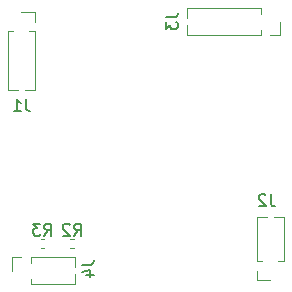
<source format=gbo>
%TF.GenerationSoftware,KiCad,Pcbnew,9.0.5-1.fc42*%
%TF.CreationDate,2025-12-03T05:13:32+01:00*%
%TF.ProjectId,Block-RotaryEncoder,426c6f63-6b2d-4526-9f74-617279456e63,1*%
%TF.SameCoordinates,Original*%
%TF.FileFunction,Legend,Bot*%
%TF.FilePolarity,Positive*%
%FSLAX46Y46*%
G04 Gerber Fmt 4.6, Leading zero omitted, Abs format (unit mm)*
G04 Created by KiCad (PCBNEW 9.0.5-1.fc42) date 2025-12-03 05:13:32*
%MOMM*%
%LPD*%
G01*
G04 APERTURE LIST*
%ADD10C,0.150000*%
%ADD11C,0.120000*%
G04 APERTURE END LIST*
D10*
X133675419Y-123693866D02*
X134389704Y-123693866D01*
X134389704Y-123693866D02*
X134532561Y-123646247D01*
X134532561Y-123646247D02*
X134627800Y-123551009D01*
X134627800Y-123551009D02*
X134675419Y-123408152D01*
X134675419Y-123408152D02*
X134675419Y-123312914D01*
X134008752Y-124598628D02*
X134675419Y-124598628D01*
X133627800Y-124360533D02*
X134342085Y-124122438D01*
X134342085Y-124122438D02*
X134342085Y-124741485D01*
X132985266Y-121230219D02*
X133318599Y-120754028D01*
X133556694Y-121230219D02*
X133556694Y-120230219D01*
X133556694Y-120230219D02*
X133175742Y-120230219D01*
X133175742Y-120230219D02*
X133080504Y-120277838D01*
X133080504Y-120277838D02*
X133032885Y-120325457D01*
X133032885Y-120325457D02*
X132985266Y-120420695D01*
X132985266Y-120420695D02*
X132985266Y-120563552D01*
X132985266Y-120563552D02*
X133032885Y-120658790D01*
X133032885Y-120658790D02*
X133080504Y-120706409D01*
X133080504Y-120706409D02*
X133175742Y-120754028D01*
X133175742Y-120754028D02*
X133556694Y-120754028D01*
X132604313Y-120325457D02*
X132556694Y-120277838D01*
X132556694Y-120277838D02*
X132461456Y-120230219D01*
X132461456Y-120230219D02*
X132223361Y-120230219D01*
X132223361Y-120230219D02*
X132128123Y-120277838D01*
X132128123Y-120277838D02*
X132080504Y-120325457D01*
X132080504Y-120325457D02*
X132032885Y-120420695D01*
X132032885Y-120420695D02*
X132032885Y-120515933D01*
X132032885Y-120515933D02*
X132080504Y-120658790D01*
X132080504Y-120658790D02*
X132651932Y-121230219D01*
X132651932Y-121230219D02*
X132032885Y-121230219D01*
X130470666Y-121230219D02*
X130803999Y-120754028D01*
X131042094Y-121230219D02*
X131042094Y-120230219D01*
X131042094Y-120230219D02*
X130661142Y-120230219D01*
X130661142Y-120230219D02*
X130565904Y-120277838D01*
X130565904Y-120277838D02*
X130518285Y-120325457D01*
X130518285Y-120325457D02*
X130470666Y-120420695D01*
X130470666Y-120420695D02*
X130470666Y-120563552D01*
X130470666Y-120563552D02*
X130518285Y-120658790D01*
X130518285Y-120658790D02*
X130565904Y-120706409D01*
X130565904Y-120706409D02*
X130661142Y-120754028D01*
X130661142Y-120754028D02*
X131042094Y-120754028D01*
X130137332Y-120230219D02*
X129518285Y-120230219D01*
X129518285Y-120230219D02*
X129851618Y-120611171D01*
X129851618Y-120611171D02*
X129708761Y-120611171D01*
X129708761Y-120611171D02*
X129613523Y-120658790D01*
X129613523Y-120658790D02*
X129565904Y-120706409D01*
X129565904Y-120706409D02*
X129518285Y-120801647D01*
X129518285Y-120801647D02*
X129518285Y-121039742D01*
X129518285Y-121039742D02*
X129565904Y-121134980D01*
X129565904Y-121134980D02*
X129613523Y-121182600D01*
X129613523Y-121182600D02*
X129708761Y-121230219D01*
X129708761Y-121230219D02*
X129994475Y-121230219D01*
X129994475Y-121230219D02*
X130089713Y-121182600D01*
X130089713Y-121182600D02*
X130137332Y-121134980D01*
X149620410Y-117741619D02*
X149620410Y-118455904D01*
X149620410Y-118455904D02*
X149668029Y-118598761D01*
X149668029Y-118598761D02*
X149763267Y-118694000D01*
X149763267Y-118694000D02*
X149906124Y-118741619D01*
X149906124Y-118741619D02*
X150001362Y-118741619D01*
X149191838Y-117836857D02*
X149144219Y-117789238D01*
X149144219Y-117789238D02*
X149048981Y-117741619D01*
X149048981Y-117741619D02*
X148810886Y-117741619D01*
X148810886Y-117741619D02*
X148715648Y-117789238D01*
X148715648Y-117789238D02*
X148668029Y-117836857D01*
X148668029Y-117836857D02*
X148620410Y-117932095D01*
X148620410Y-117932095D02*
X148620410Y-118027333D01*
X148620410Y-118027333D02*
X148668029Y-118170190D01*
X148668029Y-118170190D02*
X149239457Y-118741619D01*
X149239457Y-118741619D02*
X148620410Y-118741619D01*
X128883733Y-109691819D02*
X128883733Y-110406104D01*
X128883733Y-110406104D02*
X128931352Y-110548961D01*
X128931352Y-110548961D02*
X129026590Y-110644200D01*
X129026590Y-110644200D02*
X129169447Y-110691819D01*
X129169447Y-110691819D02*
X129264685Y-110691819D01*
X127883733Y-110691819D02*
X128455161Y-110691819D01*
X128169447Y-110691819D02*
X128169447Y-109691819D01*
X128169447Y-109691819D02*
X128264685Y-109834676D01*
X128264685Y-109834676D02*
X128359923Y-109929914D01*
X128359923Y-109929914D02*
X128455161Y-109977533D01*
X140754019Y-102766266D02*
X141468304Y-102766266D01*
X141468304Y-102766266D02*
X141611161Y-102718647D01*
X141611161Y-102718647D02*
X141706400Y-102623409D01*
X141706400Y-102623409D02*
X141754019Y-102480552D01*
X141754019Y-102480552D02*
X141754019Y-102385314D01*
X140754019Y-103147219D02*
X140754019Y-103766266D01*
X140754019Y-103766266D02*
X141134971Y-103432933D01*
X141134971Y-103432933D02*
X141134971Y-103575790D01*
X141134971Y-103575790D02*
X141182590Y-103671028D01*
X141182590Y-103671028D02*
X141230209Y-103718647D01*
X141230209Y-103718647D02*
X141325447Y-103766266D01*
X141325447Y-103766266D02*
X141563542Y-103766266D01*
X141563542Y-103766266D02*
X141658780Y-103718647D01*
X141658780Y-103718647D02*
X141706400Y-103671028D01*
X141706400Y-103671028D02*
X141754019Y-103575790D01*
X141754019Y-103575790D02*
X141754019Y-103290076D01*
X141754019Y-103290076D02*
X141706400Y-103194838D01*
X141706400Y-103194838D02*
X141658780Y-103147219D01*
D11*
%TO.C,J4*%
X127715000Y-123045000D02*
X127715000Y-124205000D01*
X128525000Y-123045000D02*
X127715000Y-123045000D01*
X129335000Y-123045000D02*
X129335000Y-123538292D01*
X129335000Y-123045000D02*
X133080000Y-123045000D01*
X129335000Y-124871708D02*
X129335000Y-125365000D01*
X129335000Y-125365000D02*
X133080000Y-125365000D01*
X133080000Y-123045000D02*
X133080000Y-123887077D01*
X133080000Y-124522923D02*
X133080000Y-125365000D01*
%TO.C,R2*%
X132972241Y-121565400D02*
X132664959Y-121565400D01*
X132972241Y-122325400D02*
X132664959Y-122325400D01*
%TO.C,R3*%
X130457641Y-121565400D02*
X130150359Y-121565400D01*
X130457641Y-122325400D02*
X130150359Y-122325400D01*
%TO.C,J2*%
X148445000Y-119650000D02*
X149287077Y-119650000D01*
X148445000Y-123395000D02*
X148445000Y-119650000D01*
X148445000Y-123395000D02*
X148938292Y-123395000D01*
X148445000Y-124205000D02*
X148445000Y-125015000D01*
X148445000Y-125015000D02*
X149605000Y-125015000D01*
X149922923Y-119650000D02*
X150765000Y-119650000D01*
X150271708Y-123395000D02*
X150765000Y-123395000D01*
X150765000Y-123395000D02*
X150765000Y-119650000D01*
%TO.C,J1*%
X127365000Y-103935000D02*
X127365000Y-108950000D01*
X127858292Y-103935000D02*
X127365000Y-103935000D01*
X128207077Y-108950000D02*
X127365000Y-108950000D01*
X129685000Y-102315000D02*
X128525000Y-102315000D01*
X129685000Y-103125000D02*
X129685000Y-102315000D01*
X129685000Y-103935000D02*
X129191708Y-103935000D01*
X129685000Y-103935000D02*
X129685000Y-108950000D01*
X129685000Y-108950000D02*
X128842923Y-108950000D01*
%TO.C,J3*%
X142510000Y-102807077D02*
X142510000Y-101965000D01*
X142510000Y-104285000D02*
X142510000Y-103442923D01*
X148795000Y-101965000D02*
X142510000Y-101965000D01*
X148795000Y-102458292D02*
X148795000Y-101965000D01*
X148795000Y-104285000D02*
X142510000Y-104285000D01*
X148795000Y-104285000D02*
X148795000Y-103791708D01*
X149605000Y-104285000D02*
X150415000Y-104285000D01*
X150415000Y-104285000D02*
X150415000Y-103125000D01*
%TD*%
M02*

</source>
